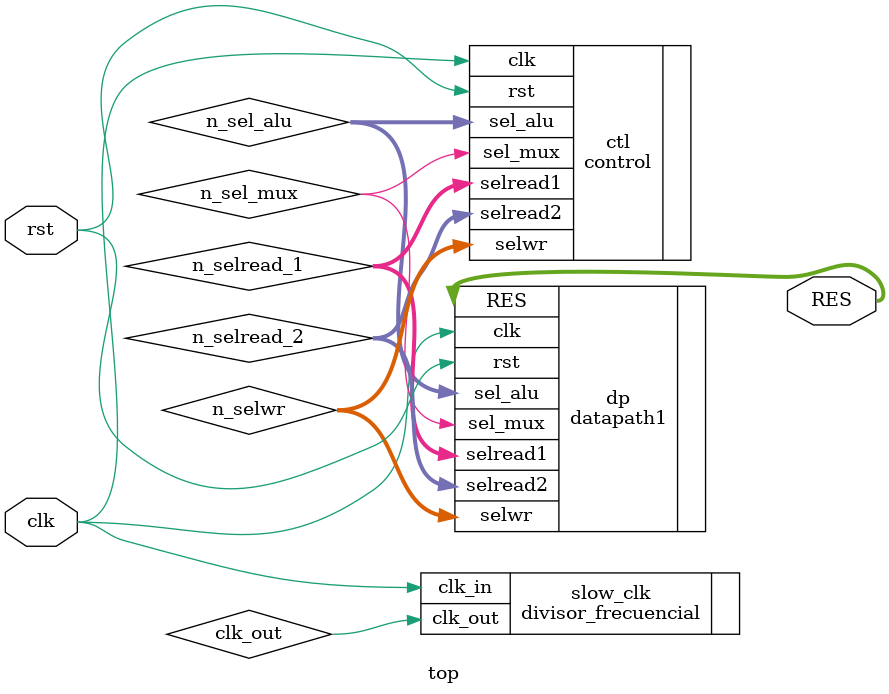
<source format=v>
`timescale 1ns / 1ps

module top #(parameter numreg=5) (
    input rst, clk,
    output [numreg-1:0] RES
);

wire n_sel_mux;
wire [4:0] n_selread_1; 
wire [4:0] n_selread_2;
wire [4:0] n_selwr;
wire [2:0] n_sel_alu;
wire clk_out;

divisor_frecuencial #(.frec_sal(1))
    slow_clk
    (.clk_in(clk), 
    .clk_out(clk_out)
    );
datapath1 dp(
    .sel_mux(n_sel_mux), 	
    .rst(rst), 
    .clk(clk),
    .selread1(n_selread_1), 
    .selread2(n_selread_2), 
    .selwr(n_selwr),
    .sel_alu(n_sel_alu),
    .RES(RES)
    );

control ctl(
    .clk(clk), 
    .rst(rst),
    .sel_mux(n_sel_mux),
    .sel_alu(n_sel_alu),
    .selread1(n_selread_1), 
    .selread2(n_selread_2), 
    .selwr(n_selwr)
);

endmodule
</source>
